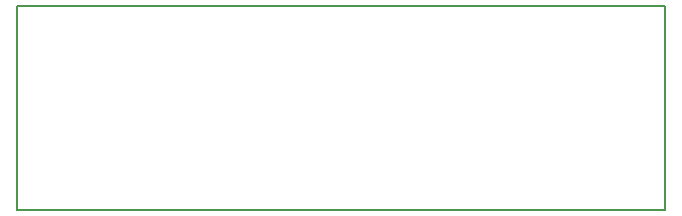
<source format=gbr>
G04 #@! TF.FileFunction,Profile,NP*
%FSLAX46Y46*%
G04 Gerber Fmt 4.6, Leading zero omitted, Abs format (unit mm)*
G04 Created by KiCad (PCBNEW 4.0.5) date 10/06/17 13:28:22*
%MOMM*%
%LPD*%
G01*
G04 APERTURE LIST*
%ADD10C,0.100000*%
%ADD11C,0.150000*%
G04 APERTURE END LIST*
D10*
D11*
X138430000Y-67564000D02*
X139446000Y-67564000D01*
X138430000Y-84836000D02*
X138430000Y-67564000D01*
X193294000Y-84836000D02*
X138430000Y-84836000D01*
X193294000Y-67564000D02*
X193294000Y-84836000D01*
X192278000Y-67564000D02*
X193294000Y-67564000D01*
X139446000Y-67564000D02*
X192278000Y-67564000D01*
M02*

</source>
